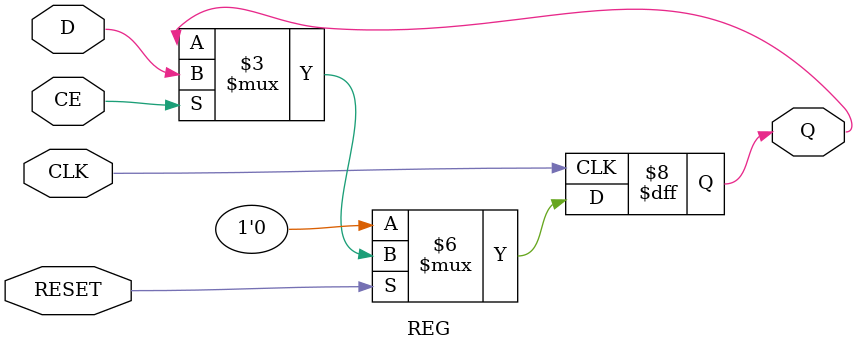
<source format=v>
`ifndef DSP48_NREG_REG
`define DSP48_NREG_REG

module REG (D, Q, CLK, CE, RESET);
   input wire D;
   input wire CLK;
   input wire CE;
   input wire RESET;
   output reg Q;

   always @(posedge CLK) begin
     if (~RESET)
       Q <= 1'b0;
     else if (CE)
       Q <= D;
   end

endmodule // REG

`endif //  `ifndef DSP48_NREG_REG

</source>
